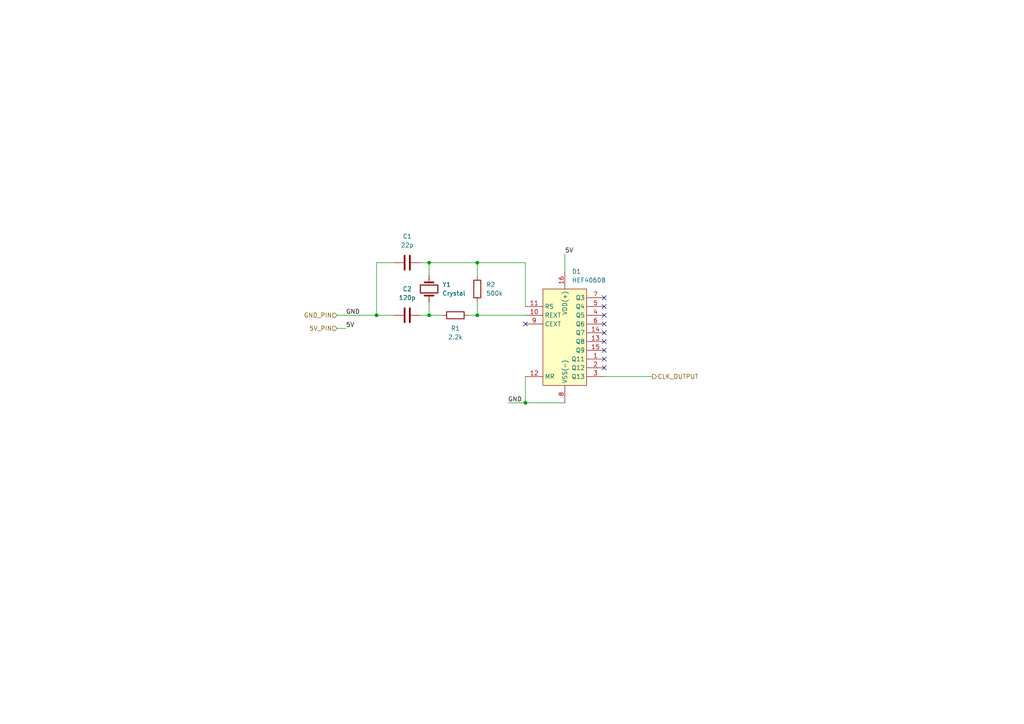
<source format=kicad_sch>
(kicad_sch (version 20211123) (generator eeschema)
  (paper "A4")
  (lib_symbols
    (symbol "4xxx-addon:HEF4060B"
      (property "Reference" "D" (at 6.35 5.08 0))
      (property "Value" "HEF4060B" (at 6.35 7.62 0))
      (symbol "HEF4060B_0_1"
        (rectangle (start -6.35 2.54) (end 6.35 -25.4) (fill (type background)))
      )
      (symbol "HEF4060B_1_0"
        (pin output line (at 11.43 -17.78 180) (length 5.08) (name "Q11") (number "1"))
        (pin input line (at -11.43 -5.08 0) (length 5.08) (name "REXT") (number "10"))
        (pin input line (at -11.43 -2.54 0) (length 5.08) (name "RS") (number "11"))
        (pin input line (at -11.43 -22.86 0) (length 5.08) (name "MR") (number "12"))
        (pin output line (at 11.43 -12.7 180) (length 5.08) (name "Q8") (number "13"))
        (pin output line (at 11.43 -10.16 180) (length 5.08) (name "Q7") (number "14"))
        (pin output line (at 11.43 -15.24 180) (length 5.08) (name "Q9") (number "15"))
        (pin power_out line (at 0 7.62 270) (length 5.08) (name "VDD(+)") (number "16"))
        (pin output line (at 11.43 -20.32 180) (length 5.08) (name "Q12") (number "2"))
        (pin output line (at 11.43 -22.86 180) (length 5.08) (name "Q13") (number "3"))
        (pin output line (at 11.43 -5.08 180) (length 5.08) (name "Q5") (number "4"))
        (pin output line (at 11.43 -2.54 180) (length 5.08) (name "Q4") (number "5"))
        (pin output line (at 11.43 -7.62 180) (length 5.08) (name "Q6") (number "6"))
        (pin output line (at 11.43 0 180) (length 5.08) (name "Q3") (number "7"))
        (pin power_out line (at 0 -30.48 90) (length 5.08) (name "VSS(-)") (number "8"))
        (pin input line (at -11.43 -7.62 0) (length 5.08) (name "CEXT") (number "9"))
      )
    )
    (symbol "Device:C" (pin_numbers hide) (pin_names (offset 0.254))
      (property "Reference" "C" (at 0.635 2.54 0))
      (property "Value" "C" (at 0.635 -2.54 0))
      (symbol "C_0_1"
        (polyline (pts (xy -2.032 -0.762) (xy 2.032 -0.762)) (stroke (width 0.508)))
        (polyline (pts (xy -2.032 0.762) (xy 2.032 0.762)) (stroke (width 0.508)))
      )
      (symbol "C_1_1"
        (pin passive line (at 0 3.81 270) (length 2.794) (name "~") (number "1"))
        (pin passive line (at 0 -3.81 90) (length 2.794) (name "~") (number "2"))
      )
    )
    (symbol "Device:Crystal" (pin_numbers hide) (pin_names (offset 1.016) hide)
      (property "Reference" "Y" (at 0 3.81 0))
      (property "Value" "Crystal" (at 0 -3.81 0))
      (symbol "Crystal_0_1"
        (rectangle (start -1.143 2.54) (end 1.143 -2.54) (stroke (width 0.3048)))
        (polyline (pts (xy -2.54 0) (xy -1.905 0)))
        (polyline (pts (xy -1.905 -1.27) (xy -1.905 1.27)) (stroke (width 0.508)))
        (polyline (pts (xy 1.905 -1.27) (xy 1.905 1.27)) (stroke (width 0.508)))
        (polyline (pts (xy 2.54 0) (xy 1.905 0)))
      )
      (symbol "Crystal_1_1"
        (pin passive line (at -3.81 0 0) (length 1.27) (name "1") (number "1"))
        (pin passive line (at 3.81 0 180) (length 1.27) (name "2") (number "2"))
      )
    )
    (symbol "Device:R" (pin_numbers hide) (pin_names (offset 0))
      (property "Reference" "R" (at 2.032 0 90))
      (property "Value" "R" (at 0 0 90))
      (symbol "R_0_1"
        (rectangle (start -1.016 -2.54) (end 1.016 2.54) (stroke (width 0.254)))
      )
      (symbol "R_1_1"
        (pin passive line (at 0 3.81 270) (length 1.27) (name "~") (number "1"))
        (pin passive line (at 0 -3.81 90) (length 1.27) (name "~") (number "2"))
      )
    )
  )
  (junction (at 124.46 76.2))
  (junction (at 124.46 91.44))
  (junction (at 152.4 116.84))
  (junction (at 109.22 91.44))
  (junction (at 138.43 91.44))
  (junction (at 138.43 76.2))
  (no_connect (at 175.26 101.6))
  (no_connect (at 175.26 88.9))
  (no_connect (at 175.26 104.14))
  (no_connect (at 175.26 106.68))
  (no_connect (at 175.26 99.06))
  (no_connect (at 152.4 93.98))
  (no_connect (at 175.26 91.44))
  (no_connect (at 175.26 86.36))
  (no_connect (at 175.26 96.52))
  (no_connect (at 175.26 93.98))
  (wire (pts (xy 97.79 95.25) (xy 100.33 95.25)))
  (wire (pts (xy 124.46 91.44) (xy 128.27 91.44)))
  (wire (pts (xy 124.46 87.63) (xy 124.46 91.44)))
  (wire (pts (xy 124.46 76.2) (xy 138.43 76.2)))
  (wire (pts (xy 147.32 116.84) (xy 152.4 116.84)))
  (wire (pts (xy 124.46 76.2) (xy 124.46 80.01)))
  (wire (pts (xy 109.22 91.44) (xy 114.3 91.44)))
  (wire (pts (xy 163.83 73.66) (xy 163.83 78.74)))
  (wire (pts (xy 121.92 76.2) (xy 124.46 76.2)))
  (wire (pts (xy 138.43 91.44) (xy 152.4 91.44)))
  (wire (pts (xy 152.4 76.2) (xy 138.43 76.2)))
  (wire (pts (xy 114.3 76.2) (xy 109.22 76.2)))
  (wire (pts (xy 175.26 109.22) (xy 189.23 109.22)))
  (wire (pts (xy 138.43 91.44) (xy 138.43 87.63)))
  (wire (pts (xy 152.4 88.9) (xy 152.4 76.2)))
  (wire (pts (xy 121.92 91.44) (xy 124.46 91.44)))
  (wire (pts (xy 109.22 76.2) (xy 109.22 91.44)))
  (wire (pts (xy 152.4 109.22) (xy 152.4 116.84)))
  (wire (pts (xy 152.4 116.84) (xy 163.83 116.84)))
  (wire (pts (xy 135.89 91.44) (xy 138.43 91.44)))
  (wire (pts (xy 97.79 91.44) (xy 109.22 91.44)))
  (wire (pts (xy 138.43 76.2) (xy 138.43 80.01)))
  (label "GND" (at 100.33 91.44 0))
  (label "5V" (at 163.83 73.66 0))
  (label "5V" (at 100.33 95.25 0))
  (label "GND" (at 147.32 116.84 0))
  (hierarchical_label "CLK_OUTPUT" (shape output) (at 189.23 109.22 0))
  (hierarchical_label "GND_PIN" (shape input) (at 97.79 91.44 180))
  (hierarchical_label "5V_PIN" (shape input) (at 97.79 95.25 180))
  (symbol (lib_id "Device:C") (at 118.11 91.44 90) (unit 1)
    (property "Reference" "C2" (at 118.11 83.82 90))
    (property "Value" "120p" (at 118.11 86.36 90))
    (property "Footprint" "Capacitor_THT:C_Disc_D8.0mm_W2.5mm_P5.00mm" (effects hide))
  )
  (symbol (lib_id "Device:R") (at 138.43 83.82 0) (unit 1)
    (property "Reference" "R2" (at 140.97 82.5499 0) (effects (justify left)))
    (property "Value" "500k" (at 140.97 85.0899 0) (effects (justify left)))
    (property "Footprint" "Resistor_THT:R_Axial_DIN0309_L9.0mm_D3.2mm_P2.54mm_Vertical" (effects hide))
  )
  (symbol (lib_id "Device:R") (at 132.08 91.44 90) (unit 1)
    (property "Reference" "R1" (at 132.08 95.25 90))
    (property "Value" "2.2k" (at 132.08 97.79 90))
    (property "Footprint" "Resistor_THT:R_Axial_DIN0309_L9.0mm_D3.2mm_P2.54mm_Vertical" (effects hide))
  )
  (symbol (lib_id "Device:Crystal") (at 124.46 83.82 270) (unit 1)
    (property "Reference" "Y1" (at 128.27 82.5499 90) (effects (justify left)))
    (property "Value" "Crystal" (at 128.27 85.0899 90) (effects (justify left)))
    (property "Footprint" "Crystal:Crystal_C38-LF_D3.0mm_L8.0mm_Vertical" (effects hide))
  )
  (symbol (lib_id "Device:C") (at 118.11 76.2 90) (unit 1)
    (property "Reference" "C1" (at 118.11 68.58 90))
    (property "Value" "22p" (at 118.11 71.12 90))
    (property "Footprint" "Capacitor_SMD:C_Trimmer_Murata_TZC3" (effects hide))
  )
  (symbol (lib_id "4xxx-addon:HEF4060B") (at 163.83 86.36 0) (unit 1)
    (property "Reference" "D1" (at 165.8494 78.74 0) (effects (justify left)))
    (property "Value" "HEF4060B" (at 165.8494 81.28 0) (effects (justify left)))
    (property "Footprint" "Package_SO:SO-16_3.9x9.9mm_P1.27mm" (effects hide))
  )
)
</source>
